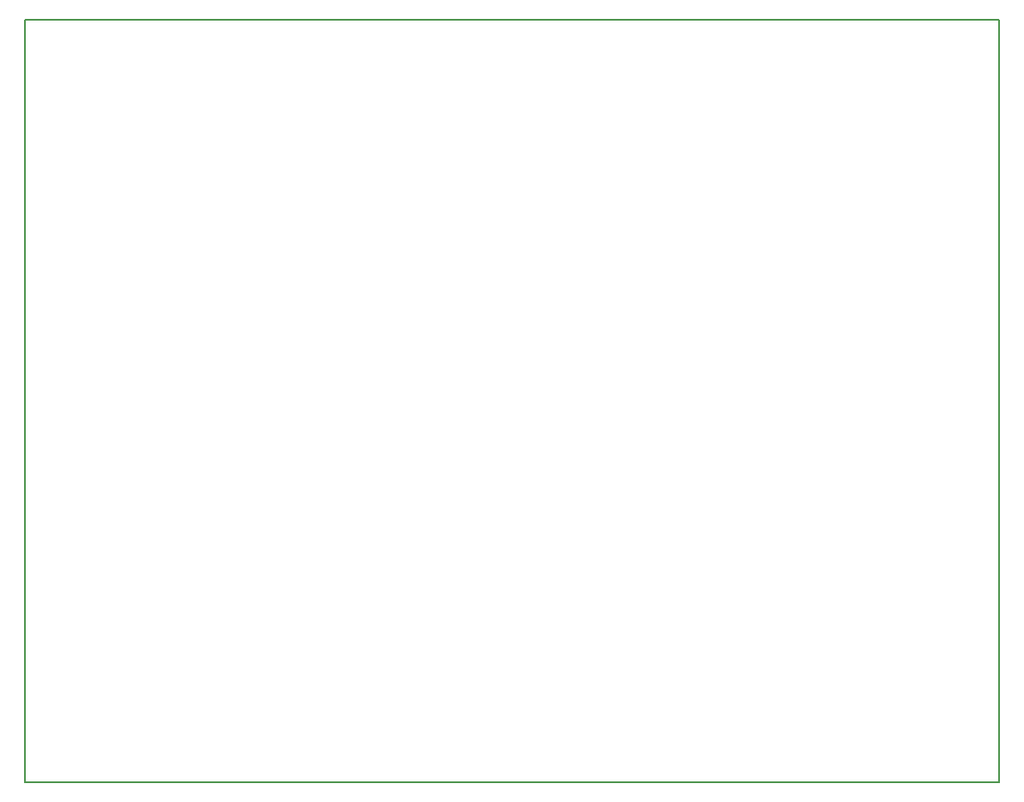
<source format=gbr>
G04 #@! TF.FileFunction,Profile,NP*
%FSLAX46Y46*%
G04 Gerber Fmt 4.6, Leading zero omitted, Abs format (unit mm)*
G04 Created by KiCad (PCBNEW 4.0.6-e0-6349~53~ubuntu16.04.1) date Sat May  6 13:45:51 2017*
%MOMM*%
%LPD*%
G01*
G04 APERTURE LIST*
%ADD10C,0.100000*%
%ADD11C,0.150000*%
G04 APERTURE END LIST*
D10*
D11*
X95885000Y0D02*
X0Y0D01*
X95885000Y75057000D02*
X95885000Y0D01*
X0Y75057000D02*
X95885000Y75057000D01*
X0Y74041000D02*
X0Y75057000D01*
X0Y0D02*
X0Y74041000D01*
M02*

</source>
